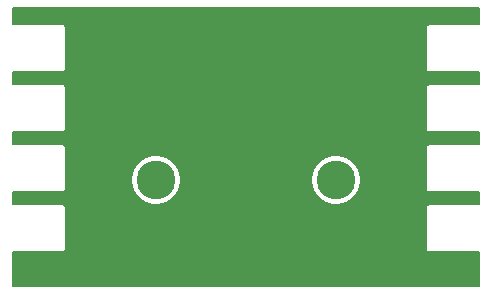
<source format=gbr>
G04 #@! TF.GenerationSoftware,KiCad,Pcbnew,5.1.4*
G04 #@! TF.CreationDate,2023-03-01T06:14:34-07:00*
G04 #@! TF.ProjectId,sleigh,736c6569-6768-42e6-9b69-6361645f7063,rev?*
G04 #@! TF.SameCoordinates,Original*
G04 #@! TF.FileFunction,Copper,L4,Bot*
G04 #@! TF.FilePolarity,Positive*
%FSLAX46Y46*%
G04 Gerber Fmt 4.6, Leading zero omitted, Abs format (unit mm)*
G04 Created by KiCad (PCBNEW 5.1.4) date 2023-03-01 06:14:34*
%MOMM*%
%LPD*%
G04 APERTURE LIST*
%ADD10C,3.280000*%
%ADD11C,0.600000*%
%ADD12C,0.150000*%
G04 APERTURE END LIST*
D10*
X144780000Y-85360000D03*
X160020000Y-85360000D03*
D11*
X133540000Y-92320000D03*
X135820000Y-93840000D03*
X138100000Y-71800000D03*
X138100000Y-75600000D03*
X138100000Y-80920000D03*
X138100000Y-86240000D03*
X138100000Y-90800000D03*
X139620000Y-77880000D03*
X139620000Y-93080000D03*
X140380000Y-82440000D03*
X140380000Y-87760000D03*
X141140000Y-72560000D03*
X141900000Y-75600000D03*
X141900000Y-80160000D03*
X141900000Y-85480000D03*
X141900000Y-90800000D03*
X142660000Y-93840000D03*
X143420000Y-77880000D03*
X144180000Y-71800000D03*
X144940000Y-80920000D03*
X144940000Y-91560000D03*
X145700000Y-75600000D03*
X146460000Y-93840000D03*
X147220000Y-72560000D03*
X147220000Y-77880000D03*
X147980000Y-81680000D03*
X147980000Y-85480000D03*
X148740000Y-88520000D03*
X149500000Y-74080000D03*
X149500000Y-79400000D03*
X150260000Y-83960000D03*
X151020000Y-71800000D03*
X151020000Y-76360000D03*
X153300000Y-73320000D03*
X154060000Y-79400000D03*
X154820000Y-83200000D03*
X155580000Y-71800000D03*
X155580000Y-87000000D03*
X156340000Y-77120000D03*
X157100000Y-80920000D03*
X157100000Y-91560000D03*
X157860000Y-73320000D03*
X158620000Y-93840000D03*
X159380000Y-75600000D03*
X158200000Y-88100000D03*
X160140000Y-71800000D03*
X160140000Y-80160000D03*
X160140000Y-90800000D03*
X161660000Y-77120000D03*
X161660000Y-93080000D03*
X162420000Y-73320000D03*
X162420000Y-81680000D03*
X163180000Y-85480000D03*
X163940000Y-75600000D03*
X163940000Y-88520000D03*
X164700000Y-71800000D03*
X164700000Y-91560000D03*
X165460000Y-77880000D03*
X165460000Y-82440000D03*
X166220000Y-86240000D03*
X166220000Y-93840000D03*
X168500000Y-92320000D03*
X170780000Y-93840000D03*
D12*
G36*
X172146000Y-72173000D02*
G01*
X167919990Y-72173000D01*
X167906000Y-72171622D01*
X167892010Y-72173000D01*
X167850130Y-72177125D01*
X167796408Y-72193421D01*
X167746897Y-72219885D01*
X167703500Y-72255500D01*
X167667885Y-72298897D01*
X167641421Y-72348408D01*
X167625125Y-72402130D01*
X167619622Y-72458000D01*
X167621000Y-72471990D01*
X167621001Y-75944000D01*
X167619622Y-75958000D01*
X167625125Y-76013870D01*
X167641421Y-76067592D01*
X167667885Y-76117103D01*
X167703500Y-76160500D01*
X167746897Y-76196115D01*
X167796408Y-76222579D01*
X167850130Y-76238875D01*
X167892010Y-76243000D01*
X167906000Y-76244378D01*
X167919990Y-76243000D01*
X172146000Y-76243000D01*
X172146001Y-77253000D01*
X167919990Y-77253000D01*
X167906000Y-77251622D01*
X167892010Y-77253000D01*
X167850130Y-77257125D01*
X167796408Y-77273421D01*
X167746897Y-77299885D01*
X167703500Y-77335500D01*
X167667885Y-77378897D01*
X167641421Y-77428408D01*
X167625125Y-77482130D01*
X167619622Y-77538000D01*
X167621000Y-77551990D01*
X167621001Y-81024000D01*
X167619622Y-81038000D01*
X167625125Y-81093870D01*
X167641421Y-81147592D01*
X167667885Y-81197103D01*
X167703500Y-81240500D01*
X167746897Y-81276115D01*
X167796408Y-81302579D01*
X167850130Y-81318875D01*
X167892010Y-81323000D01*
X167906000Y-81324378D01*
X167919990Y-81323000D01*
X172146000Y-81323000D01*
X172146001Y-82333000D01*
X167919990Y-82333000D01*
X167906000Y-82331622D01*
X167892010Y-82333000D01*
X167850130Y-82337125D01*
X167796408Y-82353421D01*
X167746897Y-82379885D01*
X167703500Y-82415500D01*
X167667885Y-82458897D01*
X167641421Y-82508408D01*
X167625125Y-82562130D01*
X167619622Y-82618000D01*
X167621000Y-82631990D01*
X167621001Y-86104000D01*
X167619622Y-86118000D01*
X167625125Y-86173870D01*
X167641421Y-86227592D01*
X167667885Y-86277103D01*
X167703500Y-86320500D01*
X167746897Y-86356115D01*
X167796408Y-86382579D01*
X167850130Y-86398875D01*
X167892010Y-86403000D01*
X167906000Y-86404378D01*
X167919990Y-86403000D01*
X172146000Y-86403000D01*
X172146001Y-87413000D01*
X167919990Y-87413000D01*
X167906000Y-87411622D01*
X167892010Y-87413000D01*
X167850130Y-87417125D01*
X167796408Y-87433421D01*
X167746897Y-87459885D01*
X167703500Y-87495500D01*
X167667885Y-87538897D01*
X167641421Y-87588408D01*
X167625125Y-87642130D01*
X167619622Y-87698000D01*
X167621000Y-87711990D01*
X167621001Y-91184000D01*
X167619622Y-91198000D01*
X167625125Y-91253870D01*
X167641421Y-91307592D01*
X167667885Y-91357103D01*
X167703500Y-91400500D01*
X167746897Y-91436115D01*
X167796408Y-91462579D01*
X167850130Y-91478875D01*
X167892010Y-91483000D01*
X167906000Y-91484378D01*
X167919990Y-91483000D01*
X172146000Y-91483000D01*
X172146001Y-94340000D01*
X132654000Y-94340000D01*
X132654000Y-91483000D01*
X136880010Y-91483000D01*
X136894000Y-91484378D01*
X136907990Y-91483000D01*
X136949870Y-91478875D01*
X137003592Y-91462579D01*
X137053103Y-91436115D01*
X137096500Y-91400500D01*
X137132115Y-91357103D01*
X137158579Y-91307592D01*
X137174875Y-91253870D01*
X137180378Y-91198000D01*
X137179000Y-91184010D01*
X137179000Y-87711990D01*
X137180378Y-87698000D01*
X137174875Y-87642130D01*
X137158579Y-87588408D01*
X137132115Y-87538897D01*
X137096500Y-87495500D01*
X137053103Y-87459885D01*
X137003592Y-87433421D01*
X136949870Y-87417125D01*
X136907990Y-87413000D01*
X136894000Y-87411622D01*
X136880010Y-87413000D01*
X132654000Y-87413000D01*
X132654000Y-86403000D01*
X136880010Y-86403000D01*
X136894000Y-86404378D01*
X136907990Y-86403000D01*
X136949870Y-86398875D01*
X137003592Y-86382579D01*
X137053103Y-86356115D01*
X137096500Y-86320500D01*
X137132115Y-86277103D01*
X137158579Y-86227592D01*
X137174875Y-86173870D01*
X137180378Y-86118000D01*
X137179000Y-86104010D01*
X137179000Y-85153562D01*
X142684000Y-85153562D01*
X142684000Y-85566438D01*
X142764548Y-85971381D01*
X142922549Y-86352828D01*
X143151930Y-86696122D01*
X143443878Y-86988070D01*
X143787172Y-87217451D01*
X144168619Y-87375452D01*
X144573562Y-87456000D01*
X144986438Y-87456000D01*
X145391381Y-87375452D01*
X145772828Y-87217451D01*
X146116122Y-86988070D01*
X146408070Y-86696122D01*
X146637451Y-86352828D01*
X146795452Y-85971381D01*
X146876000Y-85566438D01*
X146876000Y-85153562D01*
X157924000Y-85153562D01*
X157924000Y-85566438D01*
X158004548Y-85971381D01*
X158162549Y-86352828D01*
X158391930Y-86696122D01*
X158683878Y-86988070D01*
X159027172Y-87217451D01*
X159408619Y-87375452D01*
X159813562Y-87456000D01*
X160226438Y-87456000D01*
X160631381Y-87375452D01*
X161012828Y-87217451D01*
X161356122Y-86988070D01*
X161648070Y-86696122D01*
X161877451Y-86352828D01*
X162035452Y-85971381D01*
X162116000Y-85566438D01*
X162116000Y-85153562D01*
X162035452Y-84748619D01*
X161877451Y-84367172D01*
X161648070Y-84023878D01*
X161356122Y-83731930D01*
X161012828Y-83502549D01*
X160631381Y-83344548D01*
X160226438Y-83264000D01*
X159813562Y-83264000D01*
X159408619Y-83344548D01*
X159027172Y-83502549D01*
X158683878Y-83731930D01*
X158391930Y-84023878D01*
X158162549Y-84367172D01*
X158004548Y-84748619D01*
X157924000Y-85153562D01*
X146876000Y-85153562D01*
X146795452Y-84748619D01*
X146637451Y-84367172D01*
X146408070Y-84023878D01*
X146116122Y-83731930D01*
X145772828Y-83502549D01*
X145391381Y-83344548D01*
X144986438Y-83264000D01*
X144573562Y-83264000D01*
X144168619Y-83344548D01*
X143787172Y-83502549D01*
X143443878Y-83731930D01*
X143151930Y-84023878D01*
X142922549Y-84367172D01*
X142764548Y-84748619D01*
X142684000Y-85153562D01*
X137179000Y-85153562D01*
X137179000Y-82631990D01*
X137180378Y-82618000D01*
X137174875Y-82562130D01*
X137158579Y-82508408D01*
X137132115Y-82458897D01*
X137096500Y-82415500D01*
X137053103Y-82379885D01*
X137003592Y-82353421D01*
X136949870Y-82337125D01*
X136907990Y-82333000D01*
X136894000Y-82331622D01*
X136880010Y-82333000D01*
X132654000Y-82333000D01*
X132654000Y-81315000D01*
X136880010Y-81315000D01*
X136894000Y-81316378D01*
X136907990Y-81315000D01*
X136949870Y-81310875D01*
X137003592Y-81294579D01*
X137053103Y-81268115D01*
X137096500Y-81232500D01*
X137132115Y-81189103D01*
X137158579Y-81139592D01*
X137174875Y-81085870D01*
X137180378Y-81030000D01*
X137179000Y-81016010D01*
X137179000Y-77543990D01*
X137180378Y-77530000D01*
X137174875Y-77474130D01*
X137158579Y-77420408D01*
X137132115Y-77370897D01*
X137096500Y-77327500D01*
X137053103Y-77291885D01*
X137003592Y-77265421D01*
X136949870Y-77249125D01*
X136907990Y-77245000D01*
X136894000Y-77243622D01*
X136880010Y-77245000D01*
X132654000Y-77245000D01*
X132654000Y-76235000D01*
X136880010Y-76235000D01*
X136894000Y-76236378D01*
X136907990Y-76235000D01*
X136949870Y-76230875D01*
X137003592Y-76214579D01*
X137053103Y-76188115D01*
X137096500Y-76152500D01*
X137132115Y-76109103D01*
X137158579Y-76059592D01*
X137174875Y-76005870D01*
X137180378Y-75950000D01*
X137179000Y-75936010D01*
X137179000Y-72463990D01*
X137180378Y-72450000D01*
X137174875Y-72394130D01*
X137158579Y-72340408D01*
X137132115Y-72290897D01*
X137096500Y-72247500D01*
X137053103Y-72211885D01*
X137003592Y-72185421D01*
X136949870Y-72169125D01*
X136907990Y-72165000D01*
X136894000Y-72163622D01*
X136880010Y-72165000D01*
X132654000Y-72165000D01*
X132654000Y-70760000D01*
X172146001Y-70760000D01*
X172146000Y-72173000D01*
X172146000Y-72173000D01*
G37*
X172146000Y-72173000D02*
X167919990Y-72173000D01*
X167906000Y-72171622D01*
X167892010Y-72173000D01*
X167850130Y-72177125D01*
X167796408Y-72193421D01*
X167746897Y-72219885D01*
X167703500Y-72255500D01*
X167667885Y-72298897D01*
X167641421Y-72348408D01*
X167625125Y-72402130D01*
X167619622Y-72458000D01*
X167621000Y-72471990D01*
X167621001Y-75944000D01*
X167619622Y-75958000D01*
X167625125Y-76013870D01*
X167641421Y-76067592D01*
X167667885Y-76117103D01*
X167703500Y-76160500D01*
X167746897Y-76196115D01*
X167796408Y-76222579D01*
X167850130Y-76238875D01*
X167892010Y-76243000D01*
X167906000Y-76244378D01*
X167919990Y-76243000D01*
X172146000Y-76243000D01*
X172146001Y-77253000D01*
X167919990Y-77253000D01*
X167906000Y-77251622D01*
X167892010Y-77253000D01*
X167850130Y-77257125D01*
X167796408Y-77273421D01*
X167746897Y-77299885D01*
X167703500Y-77335500D01*
X167667885Y-77378897D01*
X167641421Y-77428408D01*
X167625125Y-77482130D01*
X167619622Y-77538000D01*
X167621000Y-77551990D01*
X167621001Y-81024000D01*
X167619622Y-81038000D01*
X167625125Y-81093870D01*
X167641421Y-81147592D01*
X167667885Y-81197103D01*
X167703500Y-81240500D01*
X167746897Y-81276115D01*
X167796408Y-81302579D01*
X167850130Y-81318875D01*
X167892010Y-81323000D01*
X167906000Y-81324378D01*
X167919990Y-81323000D01*
X172146000Y-81323000D01*
X172146001Y-82333000D01*
X167919990Y-82333000D01*
X167906000Y-82331622D01*
X167892010Y-82333000D01*
X167850130Y-82337125D01*
X167796408Y-82353421D01*
X167746897Y-82379885D01*
X167703500Y-82415500D01*
X167667885Y-82458897D01*
X167641421Y-82508408D01*
X167625125Y-82562130D01*
X167619622Y-82618000D01*
X167621000Y-82631990D01*
X167621001Y-86104000D01*
X167619622Y-86118000D01*
X167625125Y-86173870D01*
X167641421Y-86227592D01*
X167667885Y-86277103D01*
X167703500Y-86320500D01*
X167746897Y-86356115D01*
X167796408Y-86382579D01*
X167850130Y-86398875D01*
X167892010Y-86403000D01*
X167906000Y-86404378D01*
X167919990Y-86403000D01*
X172146000Y-86403000D01*
X172146001Y-87413000D01*
X167919990Y-87413000D01*
X167906000Y-87411622D01*
X167892010Y-87413000D01*
X167850130Y-87417125D01*
X167796408Y-87433421D01*
X167746897Y-87459885D01*
X167703500Y-87495500D01*
X167667885Y-87538897D01*
X167641421Y-87588408D01*
X167625125Y-87642130D01*
X167619622Y-87698000D01*
X167621000Y-87711990D01*
X167621001Y-91184000D01*
X167619622Y-91198000D01*
X167625125Y-91253870D01*
X167641421Y-91307592D01*
X167667885Y-91357103D01*
X167703500Y-91400500D01*
X167746897Y-91436115D01*
X167796408Y-91462579D01*
X167850130Y-91478875D01*
X167892010Y-91483000D01*
X167906000Y-91484378D01*
X167919990Y-91483000D01*
X172146000Y-91483000D01*
X172146001Y-94340000D01*
X132654000Y-94340000D01*
X132654000Y-91483000D01*
X136880010Y-91483000D01*
X136894000Y-91484378D01*
X136907990Y-91483000D01*
X136949870Y-91478875D01*
X137003592Y-91462579D01*
X137053103Y-91436115D01*
X137096500Y-91400500D01*
X137132115Y-91357103D01*
X137158579Y-91307592D01*
X137174875Y-91253870D01*
X137180378Y-91198000D01*
X137179000Y-91184010D01*
X137179000Y-87711990D01*
X137180378Y-87698000D01*
X137174875Y-87642130D01*
X137158579Y-87588408D01*
X137132115Y-87538897D01*
X137096500Y-87495500D01*
X137053103Y-87459885D01*
X137003592Y-87433421D01*
X136949870Y-87417125D01*
X136907990Y-87413000D01*
X136894000Y-87411622D01*
X136880010Y-87413000D01*
X132654000Y-87413000D01*
X132654000Y-86403000D01*
X136880010Y-86403000D01*
X136894000Y-86404378D01*
X136907990Y-86403000D01*
X136949870Y-86398875D01*
X137003592Y-86382579D01*
X137053103Y-86356115D01*
X137096500Y-86320500D01*
X137132115Y-86277103D01*
X137158579Y-86227592D01*
X137174875Y-86173870D01*
X137180378Y-86118000D01*
X137179000Y-86104010D01*
X137179000Y-85153562D01*
X142684000Y-85153562D01*
X142684000Y-85566438D01*
X142764548Y-85971381D01*
X142922549Y-86352828D01*
X143151930Y-86696122D01*
X143443878Y-86988070D01*
X143787172Y-87217451D01*
X144168619Y-87375452D01*
X144573562Y-87456000D01*
X144986438Y-87456000D01*
X145391381Y-87375452D01*
X145772828Y-87217451D01*
X146116122Y-86988070D01*
X146408070Y-86696122D01*
X146637451Y-86352828D01*
X146795452Y-85971381D01*
X146876000Y-85566438D01*
X146876000Y-85153562D01*
X157924000Y-85153562D01*
X157924000Y-85566438D01*
X158004548Y-85971381D01*
X158162549Y-86352828D01*
X158391930Y-86696122D01*
X158683878Y-86988070D01*
X159027172Y-87217451D01*
X159408619Y-87375452D01*
X159813562Y-87456000D01*
X160226438Y-87456000D01*
X160631381Y-87375452D01*
X161012828Y-87217451D01*
X161356122Y-86988070D01*
X161648070Y-86696122D01*
X161877451Y-86352828D01*
X162035452Y-85971381D01*
X162116000Y-85566438D01*
X162116000Y-85153562D01*
X162035452Y-84748619D01*
X161877451Y-84367172D01*
X161648070Y-84023878D01*
X161356122Y-83731930D01*
X161012828Y-83502549D01*
X160631381Y-83344548D01*
X160226438Y-83264000D01*
X159813562Y-83264000D01*
X159408619Y-83344548D01*
X159027172Y-83502549D01*
X158683878Y-83731930D01*
X158391930Y-84023878D01*
X158162549Y-84367172D01*
X158004548Y-84748619D01*
X157924000Y-85153562D01*
X146876000Y-85153562D01*
X146795452Y-84748619D01*
X146637451Y-84367172D01*
X146408070Y-84023878D01*
X146116122Y-83731930D01*
X145772828Y-83502549D01*
X145391381Y-83344548D01*
X144986438Y-83264000D01*
X144573562Y-83264000D01*
X144168619Y-83344548D01*
X143787172Y-83502549D01*
X143443878Y-83731930D01*
X143151930Y-84023878D01*
X142922549Y-84367172D01*
X142764548Y-84748619D01*
X142684000Y-85153562D01*
X137179000Y-85153562D01*
X137179000Y-82631990D01*
X137180378Y-82618000D01*
X137174875Y-82562130D01*
X137158579Y-82508408D01*
X137132115Y-82458897D01*
X137096500Y-82415500D01*
X137053103Y-82379885D01*
X137003592Y-82353421D01*
X136949870Y-82337125D01*
X136907990Y-82333000D01*
X136894000Y-82331622D01*
X136880010Y-82333000D01*
X132654000Y-82333000D01*
X132654000Y-81315000D01*
X136880010Y-81315000D01*
X136894000Y-81316378D01*
X136907990Y-81315000D01*
X136949870Y-81310875D01*
X137003592Y-81294579D01*
X137053103Y-81268115D01*
X137096500Y-81232500D01*
X137132115Y-81189103D01*
X137158579Y-81139592D01*
X137174875Y-81085870D01*
X137180378Y-81030000D01*
X137179000Y-81016010D01*
X137179000Y-77543990D01*
X137180378Y-77530000D01*
X137174875Y-77474130D01*
X137158579Y-77420408D01*
X137132115Y-77370897D01*
X137096500Y-77327500D01*
X137053103Y-77291885D01*
X137003592Y-77265421D01*
X136949870Y-77249125D01*
X136907990Y-77245000D01*
X136894000Y-77243622D01*
X136880010Y-77245000D01*
X132654000Y-77245000D01*
X132654000Y-76235000D01*
X136880010Y-76235000D01*
X136894000Y-76236378D01*
X136907990Y-76235000D01*
X136949870Y-76230875D01*
X137003592Y-76214579D01*
X137053103Y-76188115D01*
X137096500Y-76152500D01*
X137132115Y-76109103D01*
X137158579Y-76059592D01*
X137174875Y-76005870D01*
X137180378Y-75950000D01*
X137179000Y-75936010D01*
X137179000Y-72463990D01*
X137180378Y-72450000D01*
X137174875Y-72394130D01*
X137158579Y-72340408D01*
X137132115Y-72290897D01*
X137096500Y-72247500D01*
X137053103Y-72211885D01*
X137003592Y-72185421D01*
X136949870Y-72169125D01*
X136907990Y-72165000D01*
X136894000Y-72163622D01*
X136880010Y-72165000D01*
X132654000Y-72165000D01*
X132654000Y-70760000D01*
X172146001Y-70760000D01*
X172146000Y-72173000D01*
M02*

</source>
